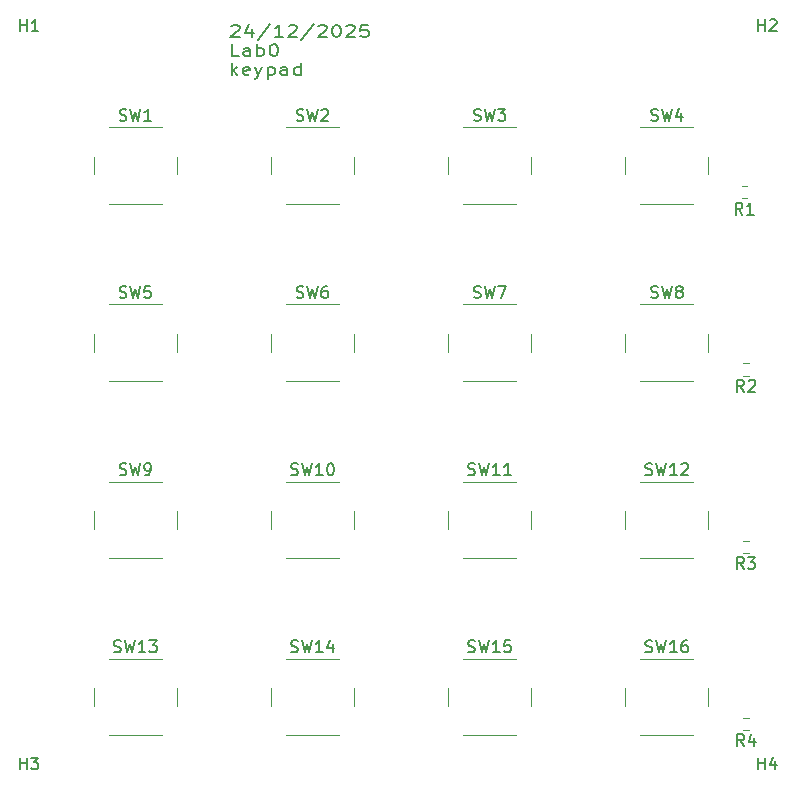
<source format=gbr>
%TF.GenerationSoftware,KiCad,Pcbnew,9.0.5*%
%TF.CreationDate,2025-12-24T11:27:01+01:00*%
%TF.ProjectId,lab0,6c616230-2e6b-4696-9361-645f70636258,rev?*%
%TF.SameCoordinates,Original*%
%TF.FileFunction,Legend,Top*%
%TF.FilePolarity,Positive*%
%FSLAX46Y46*%
G04 Gerber Fmt 4.6, Leading zero omitted, Abs format (unit mm)*
G04 Created by KiCad (PCBNEW 9.0.5) date 2025-12-24 11:27:01*
%MOMM*%
%LPD*%
G01*
G04 APERTURE LIST*
%ADD10C,0.200000*%
%ADD11C,0.150000*%
%ADD12C,0.120000*%
G04 APERTURE END LIST*
D10*
X48369673Y-27132569D02*
X48429197Y-27084950D01*
X48429197Y-27084950D02*
X48548244Y-27037331D01*
X48548244Y-27037331D02*
X48845863Y-27037331D01*
X48845863Y-27037331D02*
X48964911Y-27084950D01*
X48964911Y-27084950D02*
X49024435Y-27132569D01*
X49024435Y-27132569D02*
X49083958Y-27227807D01*
X49083958Y-27227807D02*
X49083958Y-27323045D01*
X49083958Y-27323045D02*
X49024435Y-27465902D01*
X49024435Y-27465902D02*
X48310149Y-28037331D01*
X48310149Y-28037331D02*
X49083958Y-28037331D01*
X50155387Y-27370664D02*
X50155387Y-28037331D01*
X49857768Y-26989712D02*
X49560149Y-27703997D01*
X49560149Y-27703997D02*
X50333958Y-27703997D01*
X51703006Y-26989712D02*
X50631577Y-28275426D01*
X52774434Y-28037331D02*
X52060149Y-28037331D01*
X52417292Y-28037331D02*
X52417292Y-27037331D01*
X52417292Y-27037331D02*
X52298244Y-27180188D01*
X52298244Y-27180188D02*
X52179196Y-27275426D01*
X52179196Y-27275426D02*
X52060149Y-27323045D01*
X53250625Y-27132569D02*
X53310149Y-27084950D01*
X53310149Y-27084950D02*
X53429196Y-27037331D01*
X53429196Y-27037331D02*
X53726815Y-27037331D01*
X53726815Y-27037331D02*
X53845863Y-27084950D01*
X53845863Y-27084950D02*
X53905387Y-27132569D01*
X53905387Y-27132569D02*
X53964910Y-27227807D01*
X53964910Y-27227807D02*
X53964910Y-27323045D01*
X53964910Y-27323045D02*
X53905387Y-27465902D01*
X53905387Y-27465902D02*
X53191101Y-28037331D01*
X53191101Y-28037331D02*
X53964910Y-28037331D01*
X55393482Y-26989712D02*
X54322053Y-28275426D01*
X55750625Y-27132569D02*
X55810149Y-27084950D01*
X55810149Y-27084950D02*
X55929196Y-27037331D01*
X55929196Y-27037331D02*
X56226815Y-27037331D01*
X56226815Y-27037331D02*
X56345863Y-27084950D01*
X56345863Y-27084950D02*
X56405387Y-27132569D01*
X56405387Y-27132569D02*
X56464910Y-27227807D01*
X56464910Y-27227807D02*
X56464910Y-27323045D01*
X56464910Y-27323045D02*
X56405387Y-27465902D01*
X56405387Y-27465902D02*
X55691101Y-28037331D01*
X55691101Y-28037331D02*
X56464910Y-28037331D01*
X57238720Y-27037331D02*
X57357767Y-27037331D01*
X57357767Y-27037331D02*
X57476815Y-27084950D01*
X57476815Y-27084950D02*
X57536339Y-27132569D01*
X57536339Y-27132569D02*
X57595863Y-27227807D01*
X57595863Y-27227807D02*
X57655386Y-27418283D01*
X57655386Y-27418283D02*
X57655386Y-27656378D01*
X57655386Y-27656378D02*
X57595863Y-27846854D01*
X57595863Y-27846854D02*
X57536339Y-27942092D01*
X57536339Y-27942092D02*
X57476815Y-27989712D01*
X57476815Y-27989712D02*
X57357767Y-28037331D01*
X57357767Y-28037331D02*
X57238720Y-28037331D01*
X57238720Y-28037331D02*
X57119672Y-27989712D01*
X57119672Y-27989712D02*
X57060148Y-27942092D01*
X57060148Y-27942092D02*
X57000625Y-27846854D01*
X57000625Y-27846854D02*
X56941101Y-27656378D01*
X56941101Y-27656378D02*
X56941101Y-27418283D01*
X56941101Y-27418283D02*
X57000625Y-27227807D01*
X57000625Y-27227807D02*
X57060148Y-27132569D01*
X57060148Y-27132569D02*
X57119672Y-27084950D01*
X57119672Y-27084950D02*
X57238720Y-27037331D01*
X58131577Y-27132569D02*
X58191101Y-27084950D01*
X58191101Y-27084950D02*
X58310148Y-27037331D01*
X58310148Y-27037331D02*
X58607767Y-27037331D01*
X58607767Y-27037331D02*
X58726815Y-27084950D01*
X58726815Y-27084950D02*
X58786339Y-27132569D01*
X58786339Y-27132569D02*
X58845862Y-27227807D01*
X58845862Y-27227807D02*
X58845862Y-27323045D01*
X58845862Y-27323045D02*
X58786339Y-27465902D01*
X58786339Y-27465902D02*
X58072053Y-28037331D01*
X58072053Y-28037331D02*
X58845862Y-28037331D01*
X59976815Y-27037331D02*
X59381577Y-27037331D01*
X59381577Y-27037331D02*
X59322053Y-27513521D01*
X59322053Y-27513521D02*
X59381577Y-27465902D01*
X59381577Y-27465902D02*
X59500624Y-27418283D01*
X59500624Y-27418283D02*
X59798243Y-27418283D01*
X59798243Y-27418283D02*
X59917291Y-27465902D01*
X59917291Y-27465902D02*
X59976815Y-27513521D01*
X59976815Y-27513521D02*
X60036338Y-27608759D01*
X60036338Y-27608759D02*
X60036338Y-27846854D01*
X60036338Y-27846854D02*
X59976815Y-27942092D01*
X59976815Y-27942092D02*
X59917291Y-27989712D01*
X59917291Y-27989712D02*
X59798243Y-28037331D01*
X59798243Y-28037331D02*
X59500624Y-28037331D01*
X59500624Y-28037331D02*
X59381577Y-27989712D01*
X59381577Y-27989712D02*
X59322053Y-27942092D01*
X49024435Y-29647275D02*
X48429197Y-29647275D01*
X48429197Y-29647275D02*
X48429197Y-28647275D01*
X49976816Y-29647275D02*
X49976816Y-29123465D01*
X49976816Y-29123465D02*
X49917292Y-29028227D01*
X49917292Y-29028227D02*
X49798244Y-28980608D01*
X49798244Y-28980608D02*
X49560149Y-28980608D01*
X49560149Y-28980608D02*
X49441102Y-29028227D01*
X49976816Y-29599656D02*
X49857768Y-29647275D01*
X49857768Y-29647275D02*
X49560149Y-29647275D01*
X49560149Y-29647275D02*
X49441102Y-29599656D01*
X49441102Y-29599656D02*
X49381578Y-29504417D01*
X49381578Y-29504417D02*
X49381578Y-29409179D01*
X49381578Y-29409179D02*
X49441102Y-29313941D01*
X49441102Y-29313941D02*
X49560149Y-29266322D01*
X49560149Y-29266322D02*
X49857768Y-29266322D01*
X49857768Y-29266322D02*
X49976816Y-29218703D01*
X50572054Y-29647275D02*
X50572054Y-28647275D01*
X50572054Y-29028227D02*
X50691101Y-28980608D01*
X50691101Y-28980608D02*
X50929196Y-28980608D01*
X50929196Y-28980608D02*
X51048244Y-29028227D01*
X51048244Y-29028227D02*
X51107768Y-29075846D01*
X51107768Y-29075846D02*
X51167292Y-29171084D01*
X51167292Y-29171084D02*
X51167292Y-29456798D01*
X51167292Y-29456798D02*
X51107768Y-29552036D01*
X51107768Y-29552036D02*
X51048244Y-29599656D01*
X51048244Y-29599656D02*
X50929196Y-29647275D01*
X50929196Y-29647275D02*
X50691101Y-29647275D01*
X50691101Y-29647275D02*
X50572054Y-29599656D01*
X51941101Y-28647275D02*
X52060148Y-28647275D01*
X52060148Y-28647275D02*
X52179196Y-28694894D01*
X52179196Y-28694894D02*
X52238720Y-28742513D01*
X52238720Y-28742513D02*
X52298244Y-28837751D01*
X52298244Y-28837751D02*
X52357767Y-29028227D01*
X52357767Y-29028227D02*
X52357767Y-29266322D01*
X52357767Y-29266322D02*
X52298244Y-29456798D01*
X52298244Y-29456798D02*
X52238720Y-29552036D01*
X52238720Y-29552036D02*
X52179196Y-29599656D01*
X52179196Y-29599656D02*
X52060148Y-29647275D01*
X52060148Y-29647275D02*
X51941101Y-29647275D01*
X51941101Y-29647275D02*
X51822053Y-29599656D01*
X51822053Y-29599656D02*
X51762529Y-29552036D01*
X51762529Y-29552036D02*
X51703006Y-29456798D01*
X51703006Y-29456798D02*
X51643482Y-29266322D01*
X51643482Y-29266322D02*
X51643482Y-29028227D01*
X51643482Y-29028227D02*
X51703006Y-28837751D01*
X51703006Y-28837751D02*
X51762529Y-28742513D01*
X51762529Y-28742513D02*
X51822053Y-28694894D01*
X51822053Y-28694894D02*
X51941101Y-28647275D01*
X48429197Y-31257219D02*
X48429197Y-30257219D01*
X48548244Y-30876266D02*
X48905387Y-31257219D01*
X48905387Y-30590552D02*
X48429197Y-30971504D01*
X49917292Y-31209600D02*
X49798244Y-31257219D01*
X49798244Y-31257219D02*
X49560149Y-31257219D01*
X49560149Y-31257219D02*
X49441102Y-31209600D01*
X49441102Y-31209600D02*
X49381578Y-31114361D01*
X49381578Y-31114361D02*
X49381578Y-30733409D01*
X49381578Y-30733409D02*
X49441102Y-30638171D01*
X49441102Y-30638171D02*
X49560149Y-30590552D01*
X49560149Y-30590552D02*
X49798244Y-30590552D01*
X49798244Y-30590552D02*
X49917292Y-30638171D01*
X49917292Y-30638171D02*
X49976816Y-30733409D01*
X49976816Y-30733409D02*
X49976816Y-30828647D01*
X49976816Y-30828647D02*
X49381578Y-30923885D01*
X50393483Y-30590552D02*
X50691102Y-31257219D01*
X50988721Y-30590552D02*
X50691102Y-31257219D01*
X50691102Y-31257219D02*
X50572054Y-31495314D01*
X50572054Y-31495314D02*
X50512531Y-31542933D01*
X50512531Y-31542933D02*
X50393483Y-31590552D01*
X51464912Y-30590552D02*
X51464912Y-31590552D01*
X51464912Y-30638171D02*
X51583959Y-30590552D01*
X51583959Y-30590552D02*
X51822054Y-30590552D01*
X51822054Y-30590552D02*
X51941102Y-30638171D01*
X51941102Y-30638171D02*
X52000626Y-30685790D01*
X52000626Y-30685790D02*
X52060150Y-30781028D01*
X52060150Y-30781028D02*
X52060150Y-31066742D01*
X52060150Y-31066742D02*
X52000626Y-31161980D01*
X52000626Y-31161980D02*
X51941102Y-31209600D01*
X51941102Y-31209600D02*
X51822054Y-31257219D01*
X51822054Y-31257219D02*
X51583959Y-31257219D01*
X51583959Y-31257219D02*
X51464912Y-31209600D01*
X53131578Y-31257219D02*
X53131578Y-30733409D01*
X53131578Y-30733409D02*
X53072054Y-30638171D01*
X53072054Y-30638171D02*
X52953006Y-30590552D01*
X52953006Y-30590552D02*
X52714911Y-30590552D01*
X52714911Y-30590552D02*
X52595864Y-30638171D01*
X53131578Y-31209600D02*
X53012530Y-31257219D01*
X53012530Y-31257219D02*
X52714911Y-31257219D01*
X52714911Y-31257219D02*
X52595864Y-31209600D01*
X52595864Y-31209600D02*
X52536340Y-31114361D01*
X52536340Y-31114361D02*
X52536340Y-31019123D01*
X52536340Y-31019123D02*
X52595864Y-30923885D01*
X52595864Y-30923885D02*
X52714911Y-30876266D01*
X52714911Y-30876266D02*
X53012530Y-30876266D01*
X53012530Y-30876266D02*
X53131578Y-30828647D01*
X54262530Y-31257219D02*
X54262530Y-30257219D01*
X54262530Y-31209600D02*
X54143482Y-31257219D01*
X54143482Y-31257219D02*
X53905387Y-31257219D01*
X53905387Y-31257219D02*
X53786339Y-31209600D01*
X53786339Y-31209600D02*
X53726816Y-31161980D01*
X53726816Y-31161980D02*
X53667292Y-31066742D01*
X53667292Y-31066742D02*
X53667292Y-30781028D01*
X53667292Y-30781028D02*
X53726816Y-30685790D01*
X53726816Y-30685790D02*
X53786339Y-30638171D01*
X53786339Y-30638171D02*
X53905387Y-30590552D01*
X53905387Y-30590552D02*
X54143482Y-30590552D01*
X54143482Y-30590552D02*
X54262530Y-30638171D01*
D11*
X38926667Y-35097200D02*
X39069524Y-35144819D01*
X39069524Y-35144819D02*
X39307619Y-35144819D01*
X39307619Y-35144819D02*
X39402857Y-35097200D01*
X39402857Y-35097200D02*
X39450476Y-35049580D01*
X39450476Y-35049580D02*
X39498095Y-34954342D01*
X39498095Y-34954342D02*
X39498095Y-34859104D01*
X39498095Y-34859104D02*
X39450476Y-34763866D01*
X39450476Y-34763866D02*
X39402857Y-34716247D01*
X39402857Y-34716247D02*
X39307619Y-34668628D01*
X39307619Y-34668628D02*
X39117143Y-34621009D01*
X39117143Y-34621009D02*
X39021905Y-34573390D01*
X39021905Y-34573390D02*
X38974286Y-34525771D01*
X38974286Y-34525771D02*
X38926667Y-34430533D01*
X38926667Y-34430533D02*
X38926667Y-34335295D01*
X38926667Y-34335295D02*
X38974286Y-34240057D01*
X38974286Y-34240057D02*
X39021905Y-34192438D01*
X39021905Y-34192438D02*
X39117143Y-34144819D01*
X39117143Y-34144819D02*
X39355238Y-34144819D01*
X39355238Y-34144819D02*
X39498095Y-34192438D01*
X39831429Y-34144819D02*
X40069524Y-35144819D01*
X40069524Y-35144819D02*
X40260000Y-34430533D01*
X40260000Y-34430533D02*
X40450476Y-35144819D01*
X40450476Y-35144819D02*
X40688572Y-34144819D01*
X41593333Y-35144819D02*
X41021905Y-35144819D01*
X41307619Y-35144819D02*
X41307619Y-34144819D01*
X41307619Y-34144819D02*
X41212381Y-34287676D01*
X41212381Y-34287676D02*
X41117143Y-34382914D01*
X41117143Y-34382914D02*
X41021905Y-34430533D01*
X53926667Y-35097200D02*
X54069524Y-35144819D01*
X54069524Y-35144819D02*
X54307619Y-35144819D01*
X54307619Y-35144819D02*
X54402857Y-35097200D01*
X54402857Y-35097200D02*
X54450476Y-35049580D01*
X54450476Y-35049580D02*
X54498095Y-34954342D01*
X54498095Y-34954342D02*
X54498095Y-34859104D01*
X54498095Y-34859104D02*
X54450476Y-34763866D01*
X54450476Y-34763866D02*
X54402857Y-34716247D01*
X54402857Y-34716247D02*
X54307619Y-34668628D01*
X54307619Y-34668628D02*
X54117143Y-34621009D01*
X54117143Y-34621009D02*
X54021905Y-34573390D01*
X54021905Y-34573390D02*
X53974286Y-34525771D01*
X53974286Y-34525771D02*
X53926667Y-34430533D01*
X53926667Y-34430533D02*
X53926667Y-34335295D01*
X53926667Y-34335295D02*
X53974286Y-34240057D01*
X53974286Y-34240057D02*
X54021905Y-34192438D01*
X54021905Y-34192438D02*
X54117143Y-34144819D01*
X54117143Y-34144819D02*
X54355238Y-34144819D01*
X54355238Y-34144819D02*
X54498095Y-34192438D01*
X54831429Y-34144819D02*
X55069524Y-35144819D01*
X55069524Y-35144819D02*
X55260000Y-34430533D01*
X55260000Y-34430533D02*
X55450476Y-35144819D01*
X55450476Y-35144819D02*
X55688572Y-34144819D01*
X56021905Y-34240057D02*
X56069524Y-34192438D01*
X56069524Y-34192438D02*
X56164762Y-34144819D01*
X56164762Y-34144819D02*
X56402857Y-34144819D01*
X56402857Y-34144819D02*
X56498095Y-34192438D01*
X56498095Y-34192438D02*
X56545714Y-34240057D01*
X56545714Y-34240057D02*
X56593333Y-34335295D01*
X56593333Y-34335295D02*
X56593333Y-34430533D01*
X56593333Y-34430533D02*
X56545714Y-34573390D01*
X56545714Y-34573390D02*
X55974286Y-35144819D01*
X55974286Y-35144819D02*
X56593333Y-35144819D01*
X68926667Y-35097200D02*
X69069524Y-35144819D01*
X69069524Y-35144819D02*
X69307619Y-35144819D01*
X69307619Y-35144819D02*
X69402857Y-35097200D01*
X69402857Y-35097200D02*
X69450476Y-35049580D01*
X69450476Y-35049580D02*
X69498095Y-34954342D01*
X69498095Y-34954342D02*
X69498095Y-34859104D01*
X69498095Y-34859104D02*
X69450476Y-34763866D01*
X69450476Y-34763866D02*
X69402857Y-34716247D01*
X69402857Y-34716247D02*
X69307619Y-34668628D01*
X69307619Y-34668628D02*
X69117143Y-34621009D01*
X69117143Y-34621009D02*
X69021905Y-34573390D01*
X69021905Y-34573390D02*
X68974286Y-34525771D01*
X68974286Y-34525771D02*
X68926667Y-34430533D01*
X68926667Y-34430533D02*
X68926667Y-34335295D01*
X68926667Y-34335295D02*
X68974286Y-34240057D01*
X68974286Y-34240057D02*
X69021905Y-34192438D01*
X69021905Y-34192438D02*
X69117143Y-34144819D01*
X69117143Y-34144819D02*
X69355238Y-34144819D01*
X69355238Y-34144819D02*
X69498095Y-34192438D01*
X69831429Y-34144819D02*
X70069524Y-35144819D01*
X70069524Y-35144819D02*
X70260000Y-34430533D01*
X70260000Y-34430533D02*
X70450476Y-35144819D01*
X70450476Y-35144819D02*
X70688572Y-34144819D01*
X70974286Y-34144819D02*
X71593333Y-34144819D01*
X71593333Y-34144819D02*
X71260000Y-34525771D01*
X71260000Y-34525771D02*
X71402857Y-34525771D01*
X71402857Y-34525771D02*
X71498095Y-34573390D01*
X71498095Y-34573390D02*
X71545714Y-34621009D01*
X71545714Y-34621009D02*
X71593333Y-34716247D01*
X71593333Y-34716247D02*
X71593333Y-34954342D01*
X71593333Y-34954342D02*
X71545714Y-35049580D01*
X71545714Y-35049580D02*
X71498095Y-35097200D01*
X71498095Y-35097200D02*
X71402857Y-35144819D01*
X71402857Y-35144819D02*
X71117143Y-35144819D01*
X71117143Y-35144819D02*
X71021905Y-35097200D01*
X71021905Y-35097200D02*
X70974286Y-35049580D01*
X83926667Y-35097200D02*
X84069524Y-35144819D01*
X84069524Y-35144819D02*
X84307619Y-35144819D01*
X84307619Y-35144819D02*
X84402857Y-35097200D01*
X84402857Y-35097200D02*
X84450476Y-35049580D01*
X84450476Y-35049580D02*
X84498095Y-34954342D01*
X84498095Y-34954342D02*
X84498095Y-34859104D01*
X84498095Y-34859104D02*
X84450476Y-34763866D01*
X84450476Y-34763866D02*
X84402857Y-34716247D01*
X84402857Y-34716247D02*
X84307619Y-34668628D01*
X84307619Y-34668628D02*
X84117143Y-34621009D01*
X84117143Y-34621009D02*
X84021905Y-34573390D01*
X84021905Y-34573390D02*
X83974286Y-34525771D01*
X83974286Y-34525771D02*
X83926667Y-34430533D01*
X83926667Y-34430533D02*
X83926667Y-34335295D01*
X83926667Y-34335295D02*
X83974286Y-34240057D01*
X83974286Y-34240057D02*
X84021905Y-34192438D01*
X84021905Y-34192438D02*
X84117143Y-34144819D01*
X84117143Y-34144819D02*
X84355238Y-34144819D01*
X84355238Y-34144819D02*
X84498095Y-34192438D01*
X84831429Y-34144819D02*
X85069524Y-35144819D01*
X85069524Y-35144819D02*
X85260000Y-34430533D01*
X85260000Y-34430533D02*
X85450476Y-35144819D01*
X85450476Y-35144819D02*
X85688572Y-34144819D01*
X86498095Y-34478152D02*
X86498095Y-35144819D01*
X86260000Y-34097200D02*
X86021905Y-34811485D01*
X86021905Y-34811485D02*
X86640952Y-34811485D01*
X38926667Y-50097200D02*
X39069524Y-50144819D01*
X39069524Y-50144819D02*
X39307619Y-50144819D01*
X39307619Y-50144819D02*
X39402857Y-50097200D01*
X39402857Y-50097200D02*
X39450476Y-50049580D01*
X39450476Y-50049580D02*
X39498095Y-49954342D01*
X39498095Y-49954342D02*
X39498095Y-49859104D01*
X39498095Y-49859104D02*
X39450476Y-49763866D01*
X39450476Y-49763866D02*
X39402857Y-49716247D01*
X39402857Y-49716247D02*
X39307619Y-49668628D01*
X39307619Y-49668628D02*
X39117143Y-49621009D01*
X39117143Y-49621009D02*
X39021905Y-49573390D01*
X39021905Y-49573390D02*
X38974286Y-49525771D01*
X38974286Y-49525771D02*
X38926667Y-49430533D01*
X38926667Y-49430533D02*
X38926667Y-49335295D01*
X38926667Y-49335295D02*
X38974286Y-49240057D01*
X38974286Y-49240057D02*
X39021905Y-49192438D01*
X39021905Y-49192438D02*
X39117143Y-49144819D01*
X39117143Y-49144819D02*
X39355238Y-49144819D01*
X39355238Y-49144819D02*
X39498095Y-49192438D01*
X39831429Y-49144819D02*
X40069524Y-50144819D01*
X40069524Y-50144819D02*
X40260000Y-49430533D01*
X40260000Y-49430533D02*
X40450476Y-50144819D01*
X40450476Y-50144819D02*
X40688572Y-49144819D01*
X41545714Y-49144819D02*
X41069524Y-49144819D01*
X41069524Y-49144819D02*
X41021905Y-49621009D01*
X41021905Y-49621009D02*
X41069524Y-49573390D01*
X41069524Y-49573390D02*
X41164762Y-49525771D01*
X41164762Y-49525771D02*
X41402857Y-49525771D01*
X41402857Y-49525771D02*
X41498095Y-49573390D01*
X41498095Y-49573390D02*
X41545714Y-49621009D01*
X41545714Y-49621009D02*
X41593333Y-49716247D01*
X41593333Y-49716247D02*
X41593333Y-49954342D01*
X41593333Y-49954342D02*
X41545714Y-50049580D01*
X41545714Y-50049580D02*
X41498095Y-50097200D01*
X41498095Y-50097200D02*
X41402857Y-50144819D01*
X41402857Y-50144819D02*
X41164762Y-50144819D01*
X41164762Y-50144819D02*
X41069524Y-50097200D01*
X41069524Y-50097200D02*
X41021905Y-50049580D01*
X53926667Y-50097200D02*
X54069524Y-50144819D01*
X54069524Y-50144819D02*
X54307619Y-50144819D01*
X54307619Y-50144819D02*
X54402857Y-50097200D01*
X54402857Y-50097200D02*
X54450476Y-50049580D01*
X54450476Y-50049580D02*
X54498095Y-49954342D01*
X54498095Y-49954342D02*
X54498095Y-49859104D01*
X54498095Y-49859104D02*
X54450476Y-49763866D01*
X54450476Y-49763866D02*
X54402857Y-49716247D01*
X54402857Y-49716247D02*
X54307619Y-49668628D01*
X54307619Y-49668628D02*
X54117143Y-49621009D01*
X54117143Y-49621009D02*
X54021905Y-49573390D01*
X54021905Y-49573390D02*
X53974286Y-49525771D01*
X53974286Y-49525771D02*
X53926667Y-49430533D01*
X53926667Y-49430533D02*
X53926667Y-49335295D01*
X53926667Y-49335295D02*
X53974286Y-49240057D01*
X53974286Y-49240057D02*
X54021905Y-49192438D01*
X54021905Y-49192438D02*
X54117143Y-49144819D01*
X54117143Y-49144819D02*
X54355238Y-49144819D01*
X54355238Y-49144819D02*
X54498095Y-49192438D01*
X54831429Y-49144819D02*
X55069524Y-50144819D01*
X55069524Y-50144819D02*
X55260000Y-49430533D01*
X55260000Y-49430533D02*
X55450476Y-50144819D01*
X55450476Y-50144819D02*
X55688572Y-49144819D01*
X56498095Y-49144819D02*
X56307619Y-49144819D01*
X56307619Y-49144819D02*
X56212381Y-49192438D01*
X56212381Y-49192438D02*
X56164762Y-49240057D01*
X56164762Y-49240057D02*
X56069524Y-49382914D01*
X56069524Y-49382914D02*
X56021905Y-49573390D01*
X56021905Y-49573390D02*
X56021905Y-49954342D01*
X56021905Y-49954342D02*
X56069524Y-50049580D01*
X56069524Y-50049580D02*
X56117143Y-50097200D01*
X56117143Y-50097200D02*
X56212381Y-50144819D01*
X56212381Y-50144819D02*
X56402857Y-50144819D01*
X56402857Y-50144819D02*
X56498095Y-50097200D01*
X56498095Y-50097200D02*
X56545714Y-50049580D01*
X56545714Y-50049580D02*
X56593333Y-49954342D01*
X56593333Y-49954342D02*
X56593333Y-49716247D01*
X56593333Y-49716247D02*
X56545714Y-49621009D01*
X56545714Y-49621009D02*
X56498095Y-49573390D01*
X56498095Y-49573390D02*
X56402857Y-49525771D01*
X56402857Y-49525771D02*
X56212381Y-49525771D01*
X56212381Y-49525771D02*
X56117143Y-49573390D01*
X56117143Y-49573390D02*
X56069524Y-49621009D01*
X56069524Y-49621009D02*
X56021905Y-49716247D01*
X68926667Y-50097200D02*
X69069524Y-50144819D01*
X69069524Y-50144819D02*
X69307619Y-50144819D01*
X69307619Y-50144819D02*
X69402857Y-50097200D01*
X69402857Y-50097200D02*
X69450476Y-50049580D01*
X69450476Y-50049580D02*
X69498095Y-49954342D01*
X69498095Y-49954342D02*
X69498095Y-49859104D01*
X69498095Y-49859104D02*
X69450476Y-49763866D01*
X69450476Y-49763866D02*
X69402857Y-49716247D01*
X69402857Y-49716247D02*
X69307619Y-49668628D01*
X69307619Y-49668628D02*
X69117143Y-49621009D01*
X69117143Y-49621009D02*
X69021905Y-49573390D01*
X69021905Y-49573390D02*
X68974286Y-49525771D01*
X68974286Y-49525771D02*
X68926667Y-49430533D01*
X68926667Y-49430533D02*
X68926667Y-49335295D01*
X68926667Y-49335295D02*
X68974286Y-49240057D01*
X68974286Y-49240057D02*
X69021905Y-49192438D01*
X69021905Y-49192438D02*
X69117143Y-49144819D01*
X69117143Y-49144819D02*
X69355238Y-49144819D01*
X69355238Y-49144819D02*
X69498095Y-49192438D01*
X69831429Y-49144819D02*
X70069524Y-50144819D01*
X70069524Y-50144819D02*
X70260000Y-49430533D01*
X70260000Y-49430533D02*
X70450476Y-50144819D01*
X70450476Y-50144819D02*
X70688572Y-49144819D01*
X70974286Y-49144819D02*
X71640952Y-49144819D01*
X71640952Y-49144819D02*
X71212381Y-50144819D01*
X83926667Y-50097200D02*
X84069524Y-50144819D01*
X84069524Y-50144819D02*
X84307619Y-50144819D01*
X84307619Y-50144819D02*
X84402857Y-50097200D01*
X84402857Y-50097200D02*
X84450476Y-50049580D01*
X84450476Y-50049580D02*
X84498095Y-49954342D01*
X84498095Y-49954342D02*
X84498095Y-49859104D01*
X84498095Y-49859104D02*
X84450476Y-49763866D01*
X84450476Y-49763866D02*
X84402857Y-49716247D01*
X84402857Y-49716247D02*
X84307619Y-49668628D01*
X84307619Y-49668628D02*
X84117143Y-49621009D01*
X84117143Y-49621009D02*
X84021905Y-49573390D01*
X84021905Y-49573390D02*
X83974286Y-49525771D01*
X83974286Y-49525771D02*
X83926667Y-49430533D01*
X83926667Y-49430533D02*
X83926667Y-49335295D01*
X83926667Y-49335295D02*
X83974286Y-49240057D01*
X83974286Y-49240057D02*
X84021905Y-49192438D01*
X84021905Y-49192438D02*
X84117143Y-49144819D01*
X84117143Y-49144819D02*
X84355238Y-49144819D01*
X84355238Y-49144819D02*
X84498095Y-49192438D01*
X84831429Y-49144819D02*
X85069524Y-50144819D01*
X85069524Y-50144819D02*
X85260000Y-49430533D01*
X85260000Y-49430533D02*
X85450476Y-50144819D01*
X85450476Y-50144819D02*
X85688572Y-49144819D01*
X86212381Y-49573390D02*
X86117143Y-49525771D01*
X86117143Y-49525771D02*
X86069524Y-49478152D01*
X86069524Y-49478152D02*
X86021905Y-49382914D01*
X86021905Y-49382914D02*
X86021905Y-49335295D01*
X86021905Y-49335295D02*
X86069524Y-49240057D01*
X86069524Y-49240057D02*
X86117143Y-49192438D01*
X86117143Y-49192438D02*
X86212381Y-49144819D01*
X86212381Y-49144819D02*
X86402857Y-49144819D01*
X86402857Y-49144819D02*
X86498095Y-49192438D01*
X86498095Y-49192438D02*
X86545714Y-49240057D01*
X86545714Y-49240057D02*
X86593333Y-49335295D01*
X86593333Y-49335295D02*
X86593333Y-49382914D01*
X86593333Y-49382914D02*
X86545714Y-49478152D01*
X86545714Y-49478152D02*
X86498095Y-49525771D01*
X86498095Y-49525771D02*
X86402857Y-49573390D01*
X86402857Y-49573390D02*
X86212381Y-49573390D01*
X86212381Y-49573390D02*
X86117143Y-49621009D01*
X86117143Y-49621009D02*
X86069524Y-49668628D01*
X86069524Y-49668628D02*
X86021905Y-49763866D01*
X86021905Y-49763866D02*
X86021905Y-49954342D01*
X86021905Y-49954342D02*
X86069524Y-50049580D01*
X86069524Y-50049580D02*
X86117143Y-50097200D01*
X86117143Y-50097200D02*
X86212381Y-50144819D01*
X86212381Y-50144819D02*
X86402857Y-50144819D01*
X86402857Y-50144819D02*
X86498095Y-50097200D01*
X86498095Y-50097200D02*
X86545714Y-50049580D01*
X86545714Y-50049580D02*
X86593333Y-49954342D01*
X86593333Y-49954342D02*
X86593333Y-49763866D01*
X86593333Y-49763866D02*
X86545714Y-49668628D01*
X86545714Y-49668628D02*
X86498095Y-49621009D01*
X86498095Y-49621009D02*
X86402857Y-49573390D01*
X38926667Y-65097200D02*
X39069524Y-65144819D01*
X39069524Y-65144819D02*
X39307619Y-65144819D01*
X39307619Y-65144819D02*
X39402857Y-65097200D01*
X39402857Y-65097200D02*
X39450476Y-65049580D01*
X39450476Y-65049580D02*
X39498095Y-64954342D01*
X39498095Y-64954342D02*
X39498095Y-64859104D01*
X39498095Y-64859104D02*
X39450476Y-64763866D01*
X39450476Y-64763866D02*
X39402857Y-64716247D01*
X39402857Y-64716247D02*
X39307619Y-64668628D01*
X39307619Y-64668628D02*
X39117143Y-64621009D01*
X39117143Y-64621009D02*
X39021905Y-64573390D01*
X39021905Y-64573390D02*
X38974286Y-64525771D01*
X38974286Y-64525771D02*
X38926667Y-64430533D01*
X38926667Y-64430533D02*
X38926667Y-64335295D01*
X38926667Y-64335295D02*
X38974286Y-64240057D01*
X38974286Y-64240057D02*
X39021905Y-64192438D01*
X39021905Y-64192438D02*
X39117143Y-64144819D01*
X39117143Y-64144819D02*
X39355238Y-64144819D01*
X39355238Y-64144819D02*
X39498095Y-64192438D01*
X39831429Y-64144819D02*
X40069524Y-65144819D01*
X40069524Y-65144819D02*
X40260000Y-64430533D01*
X40260000Y-64430533D02*
X40450476Y-65144819D01*
X40450476Y-65144819D02*
X40688572Y-64144819D01*
X41117143Y-65144819D02*
X41307619Y-65144819D01*
X41307619Y-65144819D02*
X41402857Y-65097200D01*
X41402857Y-65097200D02*
X41450476Y-65049580D01*
X41450476Y-65049580D02*
X41545714Y-64906723D01*
X41545714Y-64906723D02*
X41593333Y-64716247D01*
X41593333Y-64716247D02*
X41593333Y-64335295D01*
X41593333Y-64335295D02*
X41545714Y-64240057D01*
X41545714Y-64240057D02*
X41498095Y-64192438D01*
X41498095Y-64192438D02*
X41402857Y-64144819D01*
X41402857Y-64144819D02*
X41212381Y-64144819D01*
X41212381Y-64144819D02*
X41117143Y-64192438D01*
X41117143Y-64192438D02*
X41069524Y-64240057D01*
X41069524Y-64240057D02*
X41021905Y-64335295D01*
X41021905Y-64335295D02*
X41021905Y-64573390D01*
X41021905Y-64573390D02*
X41069524Y-64668628D01*
X41069524Y-64668628D02*
X41117143Y-64716247D01*
X41117143Y-64716247D02*
X41212381Y-64763866D01*
X41212381Y-64763866D02*
X41402857Y-64763866D01*
X41402857Y-64763866D02*
X41498095Y-64716247D01*
X41498095Y-64716247D02*
X41545714Y-64668628D01*
X41545714Y-64668628D02*
X41593333Y-64573390D01*
X53450476Y-65097200D02*
X53593333Y-65144819D01*
X53593333Y-65144819D02*
X53831428Y-65144819D01*
X53831428Y-65144819D02*
X53926666Y-65097200D01*
X53926666Y-65097200D02*
X53974285Y-65049580D01*
X53974285Y-65049580D02*
X54021904Y-64954342D01*
X54021904Y-64954342D02*
X54021904Y-64859104D01*
X54021904Y-64859104D02*
X53974285Y-64763866D01*
X53974285Y-64763866D02*
X53926666Y-64716247D01*
X53926666Y-64716247D02*
X53831428Y-64668628D01*
X53831428Y-64668628D02*
X53640952Y-64621009D01*
X53640952Y-64621009D02*
X53545714Y-64573390D01*
X53545714Y-64573390D02*
X53498095Y-64525771D01*
X53498095Y-64525771D02*
X53450476Y-64430533D01*
X53450476Y-64430533D02*
X53450476Y-64335295D01*
X53450476Y-64335295D02*
X53498095Y-64240057D01*
X53498095Y-64240057D02*
X53545714Y-64192438D01*
X53545714Y-64192438D02*
X53640952Y-64144819D01*
X53640952Y-64144819D02*
X53879047Y-64144819D01*
X53879047Y-64144819D02*
X54021904Y-64192438D01*
X54355238Y-64144819D02*
X54593333Y-65144819D01*
X54593333Y-65144819D02*
X54783809Y-64430533D01*
X54783809Y-64430533D02*
X54974285Y-65144819D01*
X54974285Y-65144819D02*
X55212381Y-64144819D01*
X56117142Y-65144819D02*
X55545714Y-65144819D01*
X55831428Y-65144819D02*
X55831428Y-64144819D01*
X55831428Y-64144819D02*
X55736190Y-64287676D01*
X55736190Y-64287676D02*
X55640952Y-64382914D01*
X55640952Y-64382914D02*
X55545714Y-64430533D01*
X56736190Y-64144819D02*
X56831428Y-64144819D01*
X56831428Y-64144819D02*
X56926666Y-64192438D01*
X56926666Y-64192438D02*
X56974285Y-64240057D01*
X56974285Y-64240057D02*
X57021904Y-64335295D01*
X57021904Y-64335295D02*
X57069523Y-64525771D01*
X57069523Y-64525771D02*
X57069523Y-64763866D01*
X57069523Y-64763866D02*
X57021904Y-64954342D01*
X57021904Y-64954342D02*
X56974285Y-65049580D01*
X56974285Y-65049580D02*
X56926666Y-65097200D01*
X56926666Y-65097200D02*
X56831428Y-65144819D01*
X56831428Y-65144819D02*
X56736190Y-65144819D01*
X56736190Y-65144819D02*
X56640952Y-65097200D01*
X56640952Y-65097200D02*
X56593333Y-65049580D01*
X56593333Y-65049580D02*
X56545714Y-64954342D01*
X56545714Y-64954342D02*
X56498095Y-64763866D01*
X56498095Y-64763866D02*
X56498095Y-64525771D01*
X56498095Y-64525771D02*
X56545714Y-64335295D01*
X56545714Y-64335295D02*
X56593333Y-64240057D01*
X56593333Y-64240057D02*
X56640952Y-64192438D01*
X56640952Y-64192438D02*
X56736190Y-64144819D01*
X68450476Y-65097200D02*
X68593333Y-65144819D01*
X68593333Y-65144819D02*
X68831428Y-65144819D01*
X68831428Y-65144819D02*
X68926666Y-65097200D01*
X68926666Y-65097200D02*
X68974285Y-65049580D01*
X68974285Y-65049580D02*
X69021904Y-64954342D01*
X69021904Y-64954342D02*
X69021904Y-64859104D01*
X69021904Y-64859104D02*
X68974285Y-64763866D01*
X68974285Y-64763866D02*
X68926666Y-64716247D01*
X68926666Y-64716247D02*
X68831428Y-64668628D01*
X68831428Y-64668628D02*
X68640952Y-64621009D01*
X68640952Y-64621009D02*
X68545714Y-64573390D01*
X68545714Y-64573390D02*
X68498095Y-64525771D01*
X68498095Y-64525771D02*
X68450476Y-64430533D01*
X68450476Y-64430533D02*
X68450476Y-64335295D01*
X68450476Y-64335295D02*
X68498095Y-64240057D01*
X68498095Y-64240057D02*
X68545714Y-64192438D01*
X68545714Y-64192438D02*
X68640952Y-64144819D01*
X68640952Y-64144819D02*
X68879047Y-64144819D01*
X68879047Y-64144819D02*
X69021904Y-64192438D01*
X69355238Y-64144819D02*
X69593333Y-65144819D01*
X69593333Y-65144819D02*
X69783809Y-64430533D01*
X69783809Y-64430533D02*
X69974285Y-65144819D01*
X69974285Y-65144819D02*
X70212381Y-64144819D01*
X71117142Y-65144819D02*
X70545714Y-65144819D01*
X70831428Y-65144819D02*
X70831428Y-64144819D01*
X70831428Y-64144819D02*
X70736190Y-64287676D01*
X70736190Y-64287676D02*
X70640952Y-64382914D01*
X70640952Y-64382914D02*
X70545714Y-64430533D01*
X72069523Y-65144819D02*
X71498095Y-65144819D01*
X71783809Y-65144819D02*
X71783809Y-64144819D01*
X71783809Y-64144819D02*
X71688571Y-64287676D01*
X71688571Y-64287676D02*
X71593333Y-64382914D01*
X71593333Y-64382914D02*
X71498095Y-64430533D01*
X83450476Y-65097200D02*
X83593333Y-65144819D01*
X83593333Y-65144819D02*
X83831428Y-65144819D01*
X83831428Y-65144819D02*
X83926666Y-65097200D01*
X83926666Y-65097200D02*
X83974285Y-65049580D01*
X83974285Y-65049580D02*
X84021904Y-64954342D01*
X84021904Y-64954342D02*
X84021904Y-64859104D01*
X84021904Y-64859104D02*
X83974285Y-64763866D01*
X83974285Y-64763866D02*
X83926666Y-64716247D01*
X83926666Y-64716247D02*
X83831428Y-64668628D01*
X83831428Y-64668628D02*
X83640952Y-64621009D01*
X83640952Y-64621009D02*
X83545714Y-64573390D01*
X83545714Y-64573390D02*
X83498095Y-64525771D01*
X83498095Y-64525771D02*
X83450476Y-64430533D01*
X83450476Y-64430533D02*
X83450476Y-64335295D01*
X83450476Y-64335295D02*
X83498095Y-64240057D01*
X83498095Y-64240057D02*
X83545714Y-64192438D01*
X83545714Y-64192438D02*
X83640952Y-64144819D01*
X83640952Y-64144819D02*
X83879047Y-64144819D01*
X83879047Y-64144819D02*
X84021904Y-64192438D01*
X84355238Y-64144819D02*
X84593333Y-65144819D01*
X84593333Y-65144819D02*
X84783809Y-64430533D01*
X84783809Y-64430533D02*
X84974285Y-65144819D01*
X84974285Y-65144819D02*
X85212381Y-64144819D01*
X86117142Y-65144819D02*
X85545714Y-65144819D01*
X85831428Y-65144819D02*
X85831428Y-64144819D01*
X85831428Y-64144819D02*
X85736190Y-64287676D01*
X85736190Y-64287676D02*
X85640952Y-64382914D01*
X85640952Y-64382914D02*
X85545714Y-64430533D01*
X86498095Y-64240057D02*
X86545714Y-64192438D01*
X86545714Y-64192438D02*
X86640952Y-64144819D01*
X86640952Y-64144819D02*
X86879047Y-64144819D01*
X86879047Y-64144819D02*
X86974285Y-64192438D01*
X86974285Y-64192438D02*
X87021904Y-64240057D01*
X87021904Y-64240057D02*
X87069523Y-64335295D01*
X87069523Y-64335295D02*
X87069523Y-64430533D01*
X87069523Y-64430533D02*
X87021904Y-64573390D01*
X87021904Y-64573390D02*
X86450476Y-65144819D01*
X86450476Y-65144819D02*
X87069523Y-65144819D01*
X38450476Y-80097200D02*
X38593333Y-80144819D01*
X38593333Y-80144819D02*
X38831428Y-80144819D01*
X38831428Y-80144819D02*
X38926666Y-80097200D01*
X38926666Y-80097200D02*
X38974285Y-80049580D01*
X38974285Y-80049580D02*
X39021904Y-79954342D01*
X39021904Y-79954342D02*
X39021904Y-79859104D01*
X39021904Y-79859104D02*
X38974285Y-79763866D01*
X38974285Y-79763866D02*
X38926666Y-79716247D01*
X38926666Y-79716247D02*
X38831428Y-79668628D01*
X38831428Y-79668628D02*
X38640952Y-79621009D01*
X38640952Y-79621009D02*
X38545714Y-79573390D01*
X38545714Y-79573390D02*
X38498095Y-79525771D01*
X38498095Y-79525771D02*
X38450476Y-79430533D01*
X38450476Y-79430533D02*
X38450476Y-79335295D01*
X38450476Y-79335295D02*
X38498095Y-79240057D01*
X38498095Y-79240057D02*
X38545714Y-79192438D01*
X38545714Y-79192438D02*
X38640952Y-79144819D01*
X38640952Y-79144819D02*
X38879047Y-79144819D01*
X38879047Y-79144819D02*
X39021904Y-79192438D01*
X39355238Y-79144819D02*
X39593333Y-80144819D01*
X39593333Y-80144819D02*
X39783809Y-79430533D01*
X39783809Y-79430533D02*
X39974285Y-80144819D01*
X39974285Y-80144819D02*
X40212381Y-79144819D01*
X41117142Y-80144819D02*
X40545714Y-80144819D01*
X40831428Y-80144819D02*
X40831428Y-79144819D01*
X40831428Y-79144819D02*
X40736190Y-79287676D01*
X40736190Y-79287676D02*
X40640952Y-79382914D01*
X40640952Y-79382914D02*
X40545714Y-79430533D01*
X41450476Y-79144819D02*
X42069523Y-79144819D01*
X42069523Y-79144819D02*
X41736190Y-79525771D01*
X41736190Y-79525771D02*
X41879047Y-79525771D01*
X41879047Y-79525771D02*
X41974285Y-79573390D01*
X41974285Y-79573390D02*
X42021904Y-79621009D01*
X42021904Y-79621009D02*
X42069523Y-79716247D01*
X42069523Y-79716247D02*
X42069523Y-79954342D01*
X42069523Y-79954342D02*
X42021904Y-80049580D01*
X42021904Y-80049580D02*
X41974285Y-80097200D01*
X41974285Y-80097200D02*
X41879047Y-80144819D01*
X41879047Y-80144819D02*
X41593333Y-80144819D01*
X41593333Y-80144819D02*
X41498095Y-80097200D01*
X41498095Y-80097200D02*
X41450476Y-80049580D01*
X53450476Y-80097200D02*
X53593333Y-80144819D01*
X53593333Y-80144819D02*
X53831428Y-80144819D01*
X53831428Y-80144819D02*
X53926666Y-80097200D01*
X53926666Y-80097200D02*
X53974285Y-80049580D01*
X53974285Y-80049580D02*
X54021904Y-79954342D01*
X54021904Y-79954342D02*
X54021904Y-79859104D01*
X54021904Y-79859104D02*
X53974285Y-79763866D01*
X53974285Y-79763866D02*
X53926666Y-79716247D01*
X53926666Y-79716247D02*
X53831428Y-79668628D01*
X53831428Y-79668628D02*
X53640952Y-79621009D01*
X53640952Y-79621009D02*
X53545714Y-79573390D01*
X53545714Y-79573390D02*
X53498095Y-79525771D01*
X53498095Y-79525771D02*
X53450476Y-79430533D01*
X53450476Y-79430533D02*
X53450476Y-79335295D01*
X53450476Y-79335295D02*
X53498095Y-79240057D01*
X53498095Y-79240057D02*
X53545714Y-79192438D01*
X53545714Y-79192438D02*
X53640952Y-79144819D01*
X53640952Y-79144819D02*
X53879047Y-79144819D01*
X53879047Y-79144819D02*
X54021904Y-79192438D01*
X54355238Y-79144819D02*
X54593333Y-80144819D01*
X54593333Y-80144819D02*
X54783809Y-79430533D01*
X54783809Y-79430533D02*
X54974285Y-80144819D01*
X54974285Y-80144819D02*
X55212381Y-79144819D01*
X56117142Y-80144819D02*
X55545714Y-80144819D01*
X55831428Y-80144819D02*
X55831428Y-79144819D01*
X55831428Y-79144819D02*
X55736190Y-79287676D01*
X55736190Y-79287676D02*
X55640952Y-79382914D01*
X55640952Y-79382914D02*
X55545714Y-79430533D01*
X56974285Y-79478152D02*
X56974285Y-80144819D01*
X56736190Y-79097200D02*
X56498095Y-79811485D01*
X56498095Y-79811485D02*
X57117142Y-79811485D01*
X68450476Y-80097200D02*
X68593333Y-80144819D01*
X68593333Y-80144819D02*
X68831428Y-80144819D01*
X68831428Y-80144819D02*
X68926666Y-80097200D01*
X68926666Y-80097200D02*
X68974285Y-80049580D01*
X68974285Y-80049580D02*
X69021904Y-79954342D01*
X69021904Y-79954342D02*
X69021904Y-79859104D01*
X69021904Y-79859104D02*
X68974285Y-79763866D01*
X68974285Y-79763866D02*
X68926666Y-79716247D01*
X68926666Y-79716247D02*
X68831428Y-79668628D01*
X68831428Y-79668628D02*
X68640952Y-79621009D01*
X68640952Y-79621009D02*
X68545714Y-79573390D01*
X68545714Y-79573390D02*
X68498095Y-79525771D01*
X68498095Y-79525771D02*
X68450476Y-79430533D01*
X68450476Y-79430533D02*
X68450476Y-79335295D01*
X68450476Y-79335295D02*
X68498095Y-79240057D01*
X68498095Y-79240057D02*
X68545714Y-79192438D01*
X68545714Y-79192438D02*
X68640952Y-79144819D01*
X68640952Y-79144819D02*
X68879047Y-79144819D01*
X68879047Y-79144819D02*
X69021904Y-79192438D01*
X69355238Y-79144819D02*
X69593333Y-80144819D01*
X69593333Y-80144819D02*
X69783809Y-79430533D01*
X69783809Y-79430533D02*
X69974285Y-80144819D01*
X69974285Y-80144819D02*
X70212381Y-79144819D01*
X71117142Y-80144819D02*
X70545714Y-80144819D01*
X70831428Y-80144819D02*
X70831428Y-79144819D01*
X70831428Y-79144819D02*
X70736190Y-79287676D01*
X70736190Y-79287676D02*
X70640952Y-79382914D01*
X70640952Y-79382914D02*
X70545714Y-79430533D01*
X72021904Y-79144819D02*
X71545714Y-79144819D01*
X71545714Y-79144819D02*
X71498095Y-79621009D01*
X71498095Y-79621009D02*
X71545714Y-79573390D01*
X71545714Y-79573390D02*
X71640952Y-79525771D01*
X71640952Y-79525771D02*
X71879047Y-79525771D01*
X71879047Y-79525771D02*
X71974285Y-79573390D01*
X71974285Y-79573390D02*
X72021904Y-79621009D01*
X72021904Y-79621009D02*
X72069523Y-79716247D01*
X72069523Y-79716247D02*
X72069523Y-79954342D01*
X72069523Y-79954342D02*
X72021904Y-80049580D01*
X72021904Y-80049580D02*
X71974285Y-80097200D01*
X71974285Y-80097200D02*
X71879047Y-80144819D01*
X71879047Y-80144819D02*
X71640952Y-80144819D01*
X71640952Y-80144819D02*
X71545714Y-80097200D01*
X71545714Y-80097200D02*
X71498095Y-80049580D01*
X83450476Y-80097200D02*
X83593333Y-80144819D01*
X83593333Y-80144819D02*
X83831428Y-80144819D01*
X83831428Y-80144819D02*
X83926666Y-80097200D01*
X83926666Y-80097200D02*
X83974285Y-80049580D01*
X83974285Y-80049580D02*
X84021904Y-79954342D01*
X84021904Y-79954342D02*
X84021904Y-79859104D01*
X84021904Y-79859104D02*
X83974285Y-79763866D01*
X83974285Y-79763866D02*
X83926666Y-79716247D01*
X83926666Y-79716247D02*
X83831428Y-79668628D01*
X83831428Y-79668628D02*
X83640952Y-79621009D01*
X83640952Y-79621009D02*
X83545714Y-79573390D01*
X83545714Y-79573390D02*
X83498095Y-79525771D01*
X83498095Y-79525771D02*
X83450476Y-79430533D01*
X83450476Y-79430533D02*
X83450476Y-79335295D01*
X83450476Y-79335295D02*
X83498095Y-79240057D01*
X83498095Y-79240057D02*
X83545714Y-79192438D01*
X83545714Y-79192438D02*
X83640952Y-79144819D01*
X83640952Y-79144819D02*
X83879047Y-79144819D01*
X83879047Y-79144819D02*
X84021904Y-79192438D01*
X84355238Y-79144819D02*
X84593333Y-80144819D01*
X84593333Y-80144819D02*
X84783809Y-79430533D01*
X84783809Y-79430533D02*
X84974285Y-80144819D01*
X84974285Y-80144819D02*
X85212381Y-79144819D01*
X86117142Y-80144819D02*
X85545714Y-80144819D01*
X85831428Y-80144819D02*
X85831428Y-79144819D01*
X85831428Y-79144819D02*
X85736190Y-79287676D01*
X85736190Y-79287676D02*
X85640952Y-79382914D01*
X85640952Y-79382914D02*
X85545714Y-79430533D01*
X86974285Y-79144819D02*
X86783809Y-79144819D01*
X86783809Y-79144819D02*
X86688571Y-79192438D01*
X86688571Y-79192438D02*
X86640952Y-79240057D01*
X86640952Y-79240057D02*
X86545714Y-79382914D01*
X86545714Y-79382914D02*
X86498095Y-79573390D01*
X86498095Y-79573390D02*
X86498095Y-79954342D01*
X86498095Y-79954342D02*
X86545714Y-80049580D01*
X86545714Y-80049580D02*
X86593333Y-80097200D01*
X86593333Y-80097200D02*
X86688571Y-80144819D01*
X86688571Y-80144819D02*
X86879047Y-80144819D01*
X86879047Y-80144819D02*
X86974285Y-80097200D01*
X86974285Y-80097200D02*
X87021904Y-80049580D01*
X87021904Y-80049580D02*
X87069523Y-79954342D01*
X87069523Y-79954342D02*
X87069523Y-79716247D01*
X87069523Y-79716247D02*
X87021904Y-79621009D01*
X87021904Y-79621009D02*
X86974285Y-79573390D01*
X86974285Y-79573390D02*
X86879047Y-79525771D01*
X86879047Y-79525771D02*
X86688571Y-79525771D01*
X86688571Y-79525771D02*
X86593333Y-79573390D01*
X86593333Y-79573390D02*
X86545714Y-79621009D01*
X86545714Y-79621009D02*
X86498095Y-79716247D01*
X91808333Y-88084819D02*
X91475000Y-87608628D01*
X91236905Y-88084819D02*
X91236905Y-87084819D01*
X91236905Y-87084819D02*
X91617857Y-87084819D01*
X91617857Y-87084819D02*
X91713095Y-87132438D01*
X91713095Y-87132438D02*
X91760714Y-87180057D01*
X91760714Y-87180057D02*
X91808333Y-87275295D01*
X91808333Y-87275295D02*
X91808333Y-87418152D01*
X91808333Y-87418152D02*
X91760714Y-87513390D01*
X91760714Y-87513390D02*
X91713095Y-87561009D01*
X91713095Y-87561009D02*
X91617857Y-87608628D01*
X91617857Y-87608628D02*
X91236905Y-87608628D01*
X92665476Y-87418152D02*
X92665476Y-88084819D01*
X92427381Y-87037200D02*
X92189286Y-87751485D01*
X92189286Y-87751485D02*
X92808333Y-87751485D01*
X91778333Y-73094819D02*
X91445000Y-72618628D01*
X91206905Y-73094819D02*
X91206905Y-72094819D01*
X91206905Y-72094819D02*
X91587857Y-72094819D01*
X91587857Y-72094819D02*
X91683095Y-72142438D01*
X91683095Y-72142438D02*
X91730714Y-72190057D01*
X91730714Y-72190057D02*
X91778333Y-72285295D01*
X91778333Y-72285295D02*
X91778333Y-72428152D01*
X91778333Y-72428152D02*
X91730714Y-72523390D01*
X91730714Y-72523390D02*
X91683095Y-72571009D01*
X91683095Y-72571009D02*
X91587857Y-72618628D01*
X91587857Y-72618628D02*
X91206905Y-72618628D01*
X92111667Y-72094819D02*
X92730714Y-72094819D01*
X92730714Y-72094819D02*
X92397381Y-72475771D01*
X92397381Y-72475771D02*
X92540238Y-72475771D01*
X92540238Y-72475771D02*
X92635476Y-72523390D01*
X92635476Y-72523390D02*
X92683095Y-72571009D01*
X92683095Y-72571009D02*
X92730714Y-72666247D01*
X92730714Y-72666247D02*
X92730714Y-72904342D01*
X92730714Y-72904342D02*
X92683095Y-72999580D01*
X92683095Y-72999580D02*
X92635476Y-73047200D01*
X92635476Y-73047200D02*
X92540238Y-73094819D01*
X92540238Y-73094819D02*
X92254524Y-73094819D01*
X92254524Y-73094819D02*
X92159286Y-73047200D01*
X92159286Y-73047200D02*
X92111667Y-72999580D01*
X91798333Y-58074819D02*
X91465000Y-57598628D01*
X91226905Y-58074819D02*
X91226905Y-57074819D01*
X91226905Y-57074819D02*
X91607857Y-57074819D01*
X91607857Y-57074819D02*
X91703095Y-57122438D01*
X91703095Y-57122438D02*
X91750714Y-57170057D01*
X91750714Y-57170057D02*
X91798333Y-57265295D01*
X91798333Y-57265295D02*
X91798333Y-57408152D01*
X91798333Y-57408152D02*
X91750714Y-57503390D01*
X91750714Y-57503390D02*
X91703095Y-57551009D01*
X91703095Y-57551009D02*
X91607857Y-57598628D01*
X91607857Y-57598628D02*
X91226905Y-57598628D01*
X92179286Y-57170057D02*
X92226905Y-57122438D01*
X92226905Y-57122438D02*
X92322143Y-57074819D01*
X92322143Y-57074819D02*
X92560238Y-57074819D01*
X92560238Y-57074819D02*
X92655476Y-57122438D01*
X92655476Y-57122438D02*
X92703095Y-57170057D01*
X92703095Y-57170057D02*
X92750714Y-57265295D01*
X92750714Y-57265295D02*
X92750714Y-57360533D01*
X92750714Y-57360533D02*
X92703095Y-57503390D01*
X92703095Y-57503390D02*
X92131667Y-58074819D01*
X92131667Y-58074819D02*
X92750714Y-58074819D01*
X91668333Y-43084819D02*
X91335000Y-42608628D01*
X91096905Y-43084819D02*
X91096905Y-42084819D01*
X91096905Y-42084819D02*
X91477857Y-42084819D01*
X91477857Y-42084819D02*
X91573095Y-42132438D01*
X91573095Y-42132438D02*
X91620714Y-42180057D01*
X91620714Y-42180057D02*
X91668333Y-42275295D01*
X91668333Y-42275295D02*
X91668333Y-42418152D01*
X91668333Y-42418152D02*
X91620714Y-42513390D01*
X91620714Y-42513390D02*
X91573095Y-42561009D01*
X91573095Y-42561009D02*
X91477857Y-42608628D01*
X91477857Y-42608628D02*
X91096905Y-42608628D01*
X92620714Y-43084819D02*
X92049286Y-43084819D01*
X92335000Y-43084819D02*
X92335000Y-42084819D01*
X92335000Y-42084819D02*
X92239762Y-42227676D01*
X92239762Y-42227676D02*
X92144524Y-42322914D01*
X92144524Y-42322914D02*
X92049286Y-42370533D01*
X30488095Y-27554819D02*
X30488095Y-26554819D01*
X30488095Y-27031009D02*
X31059523Y-27031009D01*
X31059523Y-27554819D02*
X31059523Y-26554819D01*
X32059523Y-27554819D02*
X31488095Y-27554819D01*
X31773809Y-27554819D02*
X31773809Y-26554819D01*
X31773809Y-26554819D02*
X31678571Y-26697676D01*
X31678571Y-26697676D02*
X31583333Y-26792914D01*
X31583333Y-26792914D02*
X31488095Y-26840533D01*
X92988095Y-90054819D02*
X92988095Y-89054819D01*
X92988095Y-89531009D02*
X93559523Y-89531009D01*
X93559523Y-90054819D02*
X93559523Y-89054819D01*
X94464285Y-89388152D02*
X94464285Y-90054819D01*
X94226190Y-89007200D02*
X93988095Y-89721485D01*
X93988095Y-89721485D02*
X94607142Y-89721485D01*
X30488095Y-90054819D02*
X30488095Y-89054819D01*
X30488095Y-89531009D02*
X31059523Y-89531009D01*
X31059523Y-90054819D02*
X31059523Y-89054819D01*
X31440476Y-89054819D02*
X32059523Y-89054819D01*
X32059523Y-89054819D02*
X31726190Y-89435771D01*
X31726190Y-89435771D02*
X31869047Y-89435771D01*
X31869047Y-89435771D02*
X31964285Y-89483390D01*
X31964285Y-89483390D02*
X32011904Y-89531009D01*
X32011904Y-89531009D02*
X32059523Y-89626247D01*
X32059523Y-89626247D02*
X32059523Y-89864342D01*
X32059523Y-89864342D02*
X32011904Y-89959580D01*
X32011904Y-89959580D02*
X31964285Y-90007200D01*
X31964285Y-90007200D02*
X31869047Y-90054819D01*
X31869047Y-90054819D02*
X31583333Y-90054819D01*
X31583333Y-90054819D02*
X31488095Y-90007200D01*
X31488095Y-90007200D02*
X31440476Y-89959580D01*
X92988095Y-27554819D02*
X92988095Y-26554819D01*
X92988095Y-27031009D02*
X93559523Y-27031009D01*
X93559523Y-27554819D02*
X93559523Y-26554819D01*
X93988095Y-26650057D02*
X94035714Y-26602438D01*
X94035714Y-26602438D02*
X94130952Y-26554819D01*
X94130952Y-26554819D02*
X94369047Y-26554819D01*
X94369047Y-26554819D02*
X94464285Y-26602438D01*
X94464285Y-26602438D02*
X94511904Y-26650057D01*
X94511904Y-26650057D02*
X94559523Y-26745295D01*
X94559523Y-26745295D02*
X94559523Y-26840533D01*
X94559523Y-26840533D02*
X94511904Y-26983390D01*
X94511904Y-26983390D02*
X93940476Y-27554819D01*
X93940476Y-27554819D02*
X94559523Y-27554819D01*
D12*
%TO.C,SW1*%
X43760000Y-39690000D02*
X43760000Y-38190000D01*
X42510000Y-35690000D02*
X38010000Y-35690000D01*
X38010000Y-42190000D02*
X42510000Y-42190000D01*
X36760000Y-38190000D02*
X36760000Y-39690000D01*
%TO.C,SW2*%
X58760000Y-39690000D02*
X58760000Y-38190000D01*
X57510000Y-35690000D02*
X53010000Y-35690000D01*
X53010000Y-42190000D02*
X57510000Y-42190000D01*
X51760000Y-38190000D02*
X51760000Y-39690000D01*
%TO.C,SW3*%
X73760000Y-39690000D02*
X73760000Y-38190000D01*
X72510000Y-35690000D02*
X68010000Y-35690000D01*
X68010000Y-42190000D02*
X72510000Y-42190000D01*
X66760000Y-38190000D02*
X66760000Y-39690000D01*
%TO.C,SW4*%
X88760000Y-39690000D02*
X88760000Y-38190000D01*
X87510000Y-35690000D02*
X83010000Y-35690000D01*
X83010000Y-42190000D02*
X87510000Y-42190000D01*
X81760000Y-38190000D02*
X81760000Y-39690000D01*
%TO.C,SW5*%
X43760000Y-54690000D02*
X43760000Y-53190000D01*
X42510000Y-50690000D02*
X38010000Y-50690000D01*
X38010000Y-57190000D02*
X42510000Y-57190000D01*
X36760000Y-53190000D02*
X36760000Y-54690000D01*
%TO.C,SW6*%
X58760000Y-54690000D02*
X58760000Y-53190000D01*
X57510000Y-50690000D02*
X53010000Y-50690000D01*
X53010000Y-57190000D02*
X57510000Y-57190000D01*
X51760000Y-53190000D02*
X51760000Y-54690000D01*
%TO.C,SW7*%
X73760000Y-54690000D02*
X73760000Y-53190000D01*
X72510000Y-50690000D02*
X68010000Y-50690000D01*
X68010000Y-57190000D02*
X72510000Y-57190000D01*
X66760000Y-53190000D02*
X66760000Y-54690000D01*
%TO.C,SW8*%
X88760000Y-54690000D02*
X88760000Y-53190000D01*
X87510000Y-50690000D02*
X83010000Y-50690000D01*
X83010000Y-57190000D02*
X87510000Y-57190000D01*
X81760000Y-53190000D02*
X81760000Y-54690000D01*
%TO.C,SW9*%
X43760000Y-69690000D02*
X43760000Y-68190000D01*
X42510000Y-65690000D02*
X38010000Y-65690000D01*
X38010000Y-72190000D02*
X42510000Y-72190000D01*
X36760000Y-68190000D02*
X36760000Y-69690000D01*
%TO.C,SW10*%
X58760000Y-69690000D02*
X58760000Y-68190000D01*
X57510000Y-65690000D02*
X53010000Y-65690000D01*
X53010000Y-72190000D02*
X57510000Y-72190000D01*
X51760000Y-68190000D02*
X51760000Y-69690000D01*
%TO.C,SW11*%
X73760000Y-69690000D02*
X73760000Y-68190000D01*
X72510000Y-65690000D02*
X68010000Y-65690000D01*
X68010000Y-72190000D02*
X72510000Y-72190000D01*
X66760000Y-68190000D02*
X66760000Y-69690000D01*
%TO.C,SW12*%
X88760000Y-69690000D02*
X88760000Y-68190000D01*
X87510000Y-65690000D02*
X83010000Y-65690000D01*
X83010000Y-72190000D02*
X87510000Y-72190000D01*
X81760000Y-68190000D02*
X81760000Y-69690000D01*
%TO.C,SW13*%
X43760000Y-84690000D02*
X43760000Y-83190000D01*
X42510000Y-80690000D02*
X38010000Y-80690000D01*
X38010000Y-87190000D02*
X42510000Y-87190000D01*
X36760000Y-83190000D02*
X36760000Y-84690000D01*
%TO.C,SW14*%
X58760000Y-84690000D02*
X58760000Y-83190000D01*
X57510000Y-80690000D02*
X53010000Y-80690000D01*
X53010000Y-87190000D02*
X57510000Y-87190000D01*
X51760000Y-83190000D02*
X51760000Y-84690000D01*
%TO.C,SW15*%
X73760000Y-84690000D02*
X73760000Y-83190000D01*
X72510000Y-80690000D02*
X68010000Y-80690000D01*
X68010000Y-87190000D02*
X72510000Y-87190000D01*
X66760000Y-83190000D02*
X66760000Y-84690000D01*
%TO.C,SW16*%
X88760000Y-84690000D02*
X88760000Y-83190000D01*
X87510000Y-80690000D02*
X83010000Y-80690000D01*
X83010000Y-87190000D02*
X87510000Y-87190000D01*
X81760000Y-83190000D02*
X81760000Y-84690000D01*
%TO.C,R4*%
X92212258Y-86722500D02*
X91737742Y-86722500D01*
X92212258Y-85677500D02*
X91737742Y-85677500D01*
%TO.C,R3*%
X92182258Y-71732500D02*
X91707742Y-71732500D01*
X92182258Y-70687500D02*
X91707742Y-70687500D01*
%TO.C,R2*%
X92202258Y-56712500D02*
X91727742Y-56712500D01*
X92202258Y-55667500D02*
X91727742Y-55667500D01*
%TO.C,R1*%
X92072258Y-41722500D02*
X91597742Y-41722500D01*
X92072258Y-40677500D02*
X91597742Y-40677500D01*
%TD*%
M02*

</source>
